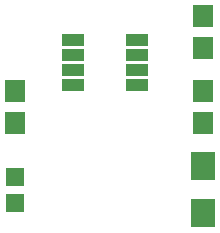
<source format=gts>
G04 #@! TF.FileFunction,Soldermask,Top*
%FSLAX46Y46*%
G04 Gerber Fmt 4.6, Leading zero omitted, Abs format (unit mm)*
G04 Created by KiCad (PCBNEW 4.0.5) date Sat Feb 25 16:09:27 2017*
%MOMM*%
%LPD*%
G01*
G04 APERTURE LIST*
%ADD10C,0.100000*%
%ADD11R,2.000000X2.400000*%
%ADD12R,1.600000X1.600000*%
%ADD13R,1.700000X1.900000*%
%ADD14R,1.950000X1.000000*%
G04 APERTURE END LIST*
D10*
D11*
X132080000Y-97695000D03*
X132080000Y-101695000D03*
D12*
X116205000Y-98595000D03*
X116205000Y-100795000D03*
D13*
X132080000Y-85010000D03*
X132080000Y-87710000D03*
X132080000Y-91360000D03*
X132080000Y-94060000D03*
X116205000Y-91360000D03*
X116205000Y-94060000D03*
D14*
X121125000Y-86995000D03*
X121125000Y-88265000D03*
X121125000Y-89535000D03*
X121125000Y-90805000D03*
X126525000Y-90805000D03*
X126525000Y-89535000D03*
X126525000Y-88265000D03*
X126525000Y-86995000D03*
M02*

</source>
